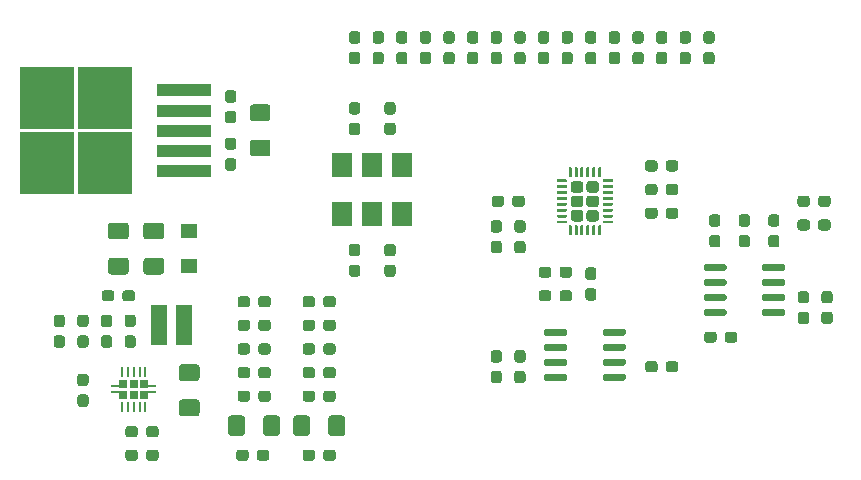
<source format=gbr>
%TF.GenerationSoftware,KiCad,Pcbnew,(5.1.6)-1*%
%TF.CreationDate,2020-06-24T23:25:01+02:00*%
%TF.ProjectId,phtodiode_adc,7068746f-6469-46f6-9465-5f6164632e6b,rev?*%
%TF.SameCoordinates,Original*%
%TF.FileFunction,Paste,Top*%
%TF.FilePolarity,Positive*%
%FSLAX46Y46*%
G04 Gerber Fmt 4.6, Leading zero omitted, Abs format (unit mm)*
G04 Created by KiCad (PCBNEW (5.1.6)-1) date 2020-06-24 23:25:01*
%MOMM*%
%LPD*%
G01*
G04 APERTURE LIST*
%ADD10R,1.400000X1.300000*%
%ADD11R,1.350000X3.400000*%
%ADD12R,0.280000X0.850000*%
%ADD13R,0.640000X0.640000*%
%ADD14R,0.700000X0.280000*%
%ADD15R,4.600000X1.100000*%
%ADD16R,4.550000X5.250000*%
%ADD17R,1.800000X2.000000*%
G04 APERTURE END LIST*
%TO.C,C3*%
G36*
G01*
X135762500Y-111625000D02*
X135762500Y-110375000D01*
G75*
G02*
X136012500Y-110125000I250000J0D01*
G01*
X136937500Y-110125000D01*
G75*
G02*
X137187500Y-110375000I0J-250000D01*
G01*
X137187500Y-111625000D01*
G75*
G02*
X136937500Y-111875000I-250000J0D01*
G01*
X136012500Y-111875000D01*
G75*
G02*
X135762500Y-111625000I0J250000D01*
G01*
G37*
G36*
G01*
X132787500Y-111625000D02*
X132787500Y-110375000D01*
G75*
G02*
X133037500Y-110125000I250000J0D01*
G01*
X133962500Y-110125000D01*
G75*
G02*
X134212500Y-110375000I0J-250000D01*
G01*
X134212500Y-111625000D01*
G75*
G02*
X133962500Y-111875000I-250000J0D01*
G01*
X133037500Y-111875000D01*
G75*
G02*
X132787500Y-111625000I0J250000D01*
G01*
G37*
%TD*%
%TO.C,C1*%
G36*
G01*
X118737500Y-102650000D02*
X118262500Y-102650000D01*
G75*
G02*
X118025000Y-102412500I0J237500D01*
G01*
X118025000Y-101837500D01*
G75*
G02*
X118262500Y-101600000I237500J0D01*
G01*
X118737500Y-101600000D01*
G75*
G02*
X118975000Y-101837500I0J-237500D01*
G01*
X118975000Y-102412500D01*
G75*
G02*
X118737500Y-102650000I-237500J0D01*
G01*
G37*
G36*
G01*
X118737500Y-104400000D02*
X118262500Y-104400000D01*
G75*
G02*
X118025000Y-104162500I0J237500D01*
G01*
X118025000Y-103587500D01*
G75*
G02*
X118262500Y-103350000I237500J0D01*
G01*
X118737500Y-103350000D01*
G75*
G02*
X118975000Y-103587500I0J-237500D01*
G01*
X118975000Y-104162500D01*
G75*
G02*
X118737500Y-104400000I-237500J0D01*
G01*
G37*
%TD*%
%TO.C,C2*%
G36*
G01*
X122737500Y-104400000D02*
X122262500Y-104400000D01*
G75*
G02*
X122025000Y-104162500I0J237500D01*
G01*
X122025000Y-103587500D01*
G75*
G02*
X122262500Y-103350000I237500J0D01*
G01*
X122737500Y-103350000D01*
G75*
G02*
X122975000Y-103587500I0J-237500D01*
G01*
X122975000Y-104162500D01*
G75*
G02*
X122737500Y-104400000I-237500J0D01*
G01*
G37*
G36*
G01*
X122737500Y-102650000D02*
X122262500Y-102650000D01*
G75*
G02*
X122025000Y-102412500I0J237500D01*
G01*
X122025000Y-101837500D01*
G75*
G02*
X122262500Y-101600000I237500J0D01*
G01*
X122737500Y-101600000D01*
G75*
G02*
X122975000Y-101837500I0J-237500D01*
G01*
X122975000Y-102412500D01*
G75*
G02*
X122737500Y-102650000I-237500J0D01*
G01*
G37*
%TD*%
%TO.C,C4*%
G36*
G01*
X133600000Y-108737500D02*
X133600000Y-108262500D01*
G75*
G02*
X133837500Y-108025000I237500J0D01*
G01*
X134412500Y-108025000D01*
G75*
G02*
X134650000Y-108262500I0J-237500D01*
G01*
X134650000Y-108737500D01*
G75*
G02*
X134412500Y-108975000I-237500J0D01*
G01*
X133837500Y-108975000D01*
G75*
G02*
X133600000Y-108737500I0J237500D01*
G01*
G37*
G36*
G01*
X135350000Y-108737500D02*
X135350000Y-108262500D01*
G75*
G02*
X135587500Y-108025000I237500J0D01*
G01*
X136162500Y-108025000D01*
G75*
G02*
X136400000Y-108262500I0J-237500D01*
G01*
X136400000Y-108737500D01*
G75*
G02*
X136162500Y-108975000I-237500J0D01*
G01*
X135587500Y-108975000D01*
G75*
G02*
X135350000Y-108737500I0J237500D01*
G01*
G37*
%TD*%
%TO.C,C5*%
G36*
G01*
X135350000Y-106737500D02*
X135350000Y-106262500D01*
G75*
G02*
X135587500Y-106025000I237500J0D01*
G01*
X136162500Y-106025000D01*
G75*
G02*
X136400000Y-106262500I0J-237500D01*
G01*
X136400000Y-106737500D01*
G75*
G02*
X136162500Y-106975000I-237500J0D01*
G01*
X135587500Y-106975000D01*
G75*
G02*
X135350000Y-106737500I0J237500D01*
G01*
G37*
G36*
G01*
X133600000Y-106737500D02*
X133600000Y-106262500D01*
G75*
G02*
X133837500Y-106025000I237500J0D01*
G01*
X134412500Y-106025000D01*
G75*
G02*
X134650000Y-106262500I0J-237500D01*
G01*
X134650000Y-106737500D01*
G75*
G02*
X134412500Y-106975000I-237500J0D01*
G01*
X133837500Y-106975000D01*
G75*
G02*
X133600000Y-106737500I0J237500D01*
G01*
G37*
%TD*%
%TO.C,C6*%
G36*
G01*
X136400000Y-102262500D02*
X136400000Y-102737500D01*
G75*
G02*
X136162500Y-102975000I-237500J0D01*
G01*
X135587500Y-102975000D01*
G75*
G02*
X135350000Y-102737500I0J237500D01*
G01*
X135350000Y-102262500D01*
G75*
G02*
X135587500Y-102025000I237500J0D01*
G01*
X136162500Y-102025000D01*
G75*
G02*
X136400000Y-102262500I0J-237500D01*
G01*
G37*
G36*
G01*
X134650000Y-102262500D02*
X134650000Y-102737500D01*
G75*
G02*
X134412500Y-102975000I-237500J0D01*
G01*
X133837500Y-102975000D01*
G75*
G02*
X133600000Y-102737500I0J237500D01*
G01*
X133600000Y-102262500D01*
G75*
G02*
X133837500Y-102025000I237500J0D01*
G01*
X134412500Y-102025000D01*
G75*
G02*
X134650000Y-102262500I0J-237500D01*
G01*
G37*
%TD*%
%TO.C,C7*%
G36*
G01*
X134650000Y-100262500D02*
X134650000Y-100737500D01*
G75*
G02*
X134412500Y-100975000I-237500J0D01*
G01*
X133837500Y-100975000D01*
G75*
G02*
X133600000Y-100737500I0J237500D01*
G01*
X133600000Y-100262500D01*
G75*
G02*
X133837500Y-100025000I237500J0D01*
G01*
X134412500Y-100025000D01*
G75*
G02*
X134650000Y-100262500I0J-237500D01*
G01*
G37*
G36*
G01*
X136400000Y-100262500D02*
X136400000Y-100737500D01*
G75*
G02*
X136162500Y-100975000I-237500J0D01*
G01*
X135587500Y-100975000D01*
G75*
G02*
X135350000Y-100737500I0J237500D01*
G01*
X135350000Y-100262500D01*
G75*
G02*
X135587500Y-100025000I237500J0D01*
G01*
X136162500Y-100025000D01*
G75*
G02*
X136400000Y-100262500I0J-237500D01*
G01*
G37*
%TD*%
%TO.C,C8*%
G36*
G01*
X128875000Y-108775000D02*
X130125000Y-108775000D01*
G75*
G02*
X130375000Y-109025000I0J-250000D01*
G01*
X130375000Y-109950000D01*
G75*
G02*
X130125000Y-110200000I-250000J0D01*
G01*
X128875000Y-110200000D01*
G75*
G02*
X128625000Y-109950000I0J250000D01*
G01*
X128625000Y-109025000D01*
G75*
G02*
X128875000Y-108775000I250000J0D01*
G01*
G37*
G36*
G01*
X128875000Y-105800000D02*
X130125000Y-105800000D01*
G75*
G02*
X130375000Y-106050000I0J-250000D01*
G01*
X130375000Y-106975000D01*
G75*
G02*
X130125000Y-107225000I-250000J0D01*
G01*
X128875000Y-107225000D01*
G75*
G02*
X128625000Y-106975000I0J250000D01*
G01*
X128625000Y-106050000D01*
G75*
G02*
X128875000Y-105800000I250000J0D01*
G01*
G37*
%TD*%
%TO.C,C9*%
G36*
G01*
X126900000Y-113262500D02*
X126900000Y-113737500D01*
G75*
G02*
X126662500Y-113975000I-237500J0D01*
G01*
X126087500Y-113975000D01*
G75*
G02*
X125850000Y-113737500I0J237500D01*
G01*
X125850000Y-113262500D01*
G75*
G02*
X126087500Y-113025000I237500J0D01*
G01*
X126662500Y-113025000D01*
G75*
G02*
X126900000Y-113262500I0J-237500D01*
G01*
G37*
G36*
G01*
X125150000Y-113262500D02*
X125150000Y-113737500D01*
G75*
G02*
X124912500Y-113975000I-237500J0D01*
G01*
X124337500Y-113975000D01*
G75*
G02*
X124100000Y-113737500I0J237500D01*
G01*
X124100000Y-113262500D01*
G75*
G02*
X124337500Y-113025000I237500J0D01*
G01*
X124912500Y-113025000D01*
G75*
G02*
X125150000Y-113262500I0J-237500D01*
G01*
G37*
%TD*%
%TO.C,C10*%
G36*
G01*
X120262500Y-106600000D02*
X120737500Y-106600000D01*
G75*
G02*
X120975000Y-106837500I0J-237500D01*
G01*
X120975000Y-107412500D01*
G75*
G02*
X120737500Y-107650000I-237500J0D01*
G01*
X120262500Y-107650000D01*
G75*
G02*
X120025000Y-107412500I0J237500D01*
G01*
X120025000Y-106837500D01*
G75*
G02*
X120262500Y-106600000I237500J0D01*
G01*
G37*
G36*
G01*
X120262500Y-108350000D02*
X120737500Y-108350000D01*
G75*
G02*
X120975000Y-108587500I0J-237500D01*
G01*
X120975000Y-109162500D01*
G75*
G02*
X120737500Y-109400000I-237500J0D01*
G01*
X120262500Y-109400000D01*
G75*
G02*
X120025000Y-109162500I0J237500D01*
G01*
X120025000Y-108587500D01*
G75*
G02*
X120262500Y-108350000I237500J0D01*
G01*
G37*
%TD*%
%TO.C,C11*%
G36*
G01*
X127125000Y-98200000D02*
X125875000Y-98200000D01*
G75*
G02*
X125625000Y-97950000I0J250000D01*
G01*
X125625000Y-97025000D01*
G75*
G02*
X125875000Y-96775000I250000J0D01*
G01*
X127125000Y-96775000D01*
G75*
G02*
X127375000Y-97025000I0J-250000D01*
G01*
X127375000Y-97950000D01*
G75*
G02*
X127125000Y-98200000I-250000J0D01*
G01*
G37*
G36*
G01*
X127125000Y-95225000D02*
X125875000Y-95225000D01*
G75*
G02*
X125625000Y-94975000I0J250000D01*
G01*
X125625000Y-94050000D01*
G75*
G02*
X125875000Y-93800000I250000J0D01*
G01*
X127125000Y-93800000D01*
G75*
G02*
X127375000Y-94050000I0J-250000D01*
G01*
X127375000Y-94975000D01*
G75*
G02*
X127125000Y-95225000I-250000J0D01*
G01*
G37*
%TD*%
%TO.C,C12*%
G36*
G01*
X124125000Y-98200000D02*
X122875000Y-98200000D01*
G75*
G02*
X122625000Y-97950000I0J250000D01*
G01*
X122625000Y-97025000D01*
G75*
G02*
X122875000Y-96775000I250000J0D01*
G01*
X124125000Y-96775000D01*
G75*
G02*
X124375000Y-97025000I0J-250000D01*
G01*
X124375000Y-97950000D01*
G75*
G02*
X124125000Y-98200000I-250000J0D01*
G01*
G37*
G36*
G01*
X124125000Y-95225000D02*
X122875000Y-95225000D01*
G75*
G02*
X122625000Y-94975000I0J250000D01*
G01*
X122625000Y-94050000D01*
G75*
G02*
X122875000Y-93800000I250000J0D01*
G01*
X124125000Y-93800000D01*
G75*
G02*
X124375000Y-94050000I0J-250000D01*
G01*
X124375000Y-94975000D01*
G75*
G02*
X124125000Y-95225000I-250000J0D01*
G01*
G37*
%TD*%
%TO.C,C13*%
G36*
G01*
X136125000Y-88200000D02*
X134875000Y-88200000D01*
G75*
G02*
X134625000Y-87950000I0J250000D01*
G01*
X134625000Y-87025000D01*
G75*
G02*
X134875000Y-86775000I250000J0D01*
G01*
X136125000Y-86775000D01*
G75*
G02*
X136375000Y-87025000I0J-250000D01*
G01*
X136375000Y-87950000D01*
G75*
G02*
X136125000Y-88200000I-250000J0D01*
G01*
G37*
G36*
G01*
X136125000Y-85225000D02*
X134875000Y-85225000D01*
G75*
G02*
X134625000Y-84975000I0J250000D01*
G01*
X134625000Y-84050000D01*
G75*
G02*
X134875000Y-83800000I250000J0D01*
G01*
X136125000Y-83800000D01*
G75*
G02*
X136375000Y-84050000I0J-250000D01*
G01*
X136375000Y-84975000D01*
G75*
G02*
X136125000Y-85225000I-250000J0D01*
G01*
G37*
%TD*%
%TO.C,C14*%
G36*
G01*
X141275000Y-111625000D02*
X141275000Y-110375000D01*
G75*
G02*
X141525000Y-110125000I250000J0D01*
G01*
X142450000Y-110125000D01*
G75*
G02*
X142700000Y-110375000I0J-250000D01*
G01*
X142700000Y-111625000D01*
G75*
G02*
X142450000Y-111875000I-250000J0D01*
G01*
X141525000Y-111875000D01*
G75*
G02*
X141275000Y-111625000I0J250000D01*
G01*
G37*
G36*
G01*
X138300000Y-111625000D02*
X138300000Y-110375000D01*
G75*
G02*
X138550000Y-110125000I250000J0D01*
G01*
X139475000Y-110125000D01*
G75*
G02*
X139725000Y-110375000I0J-250000D01*
G01*
X139725000Y-111625000D01*
G75*
G02*
X139475000Y-111875000I-250000J0D01*
G01*
X138550000Y-111875000D01*
G75*
G02*
X138300000Y-111625000I0J250000D01*
G01*
G37*
%TD*%
%TO.C,C15*%
G36*
G01*
X140850000Y-108737500D02*
X140850000Y-108262500D01*
G75*
G02*
X141087500Y-108025000I237500J0D01*
G01*
X141662500Y-108025000D01*
G75*
G02*
X141900000Y-108262500I0J-237500D01*
G01*
X141900000Y-108737500D01*
G75*
G02*
X141662500Y-108975000I-237500J0D01*
G01*
X141087500Y-108975000D01*
G75*
G02*
X140850000Y-108737500I0J237500D01*
G01*
G37*
G36*
G01*
X139100000Y-108737500D02*
X139100000Y-108262500D01*
G75*
G02*
X139337500Y-108025000I237500J0D01*
G01*
X139912500Y-108025000D01*
G75*
G02*
X140150000Y-108262500I0J-237500D01*
G01*
X140150000Y-108737500D01*
G75*
G02*
X139912500Y-108975000I-237500J0D01*
G01*
X139337500Y-108975000D01*
G75*
G02*
X139100000Y-108737500I0J237500D01*
G01*
G37*
%TD*%
%TO.C,C16*%
G36*
G01*
X139100000Y-106737500D02*
X139100000Y-106262500D01*
G75*
G02*
X139337500Y-106025000I237500J0D01*
G01*
X139912500Y-106025000D01*
G75*
G02*
X140150000Y-106262500I0J-237500D01*
G01*
X140150000Y-106737500D01*
G75*
G02*
X139912500Y-106975000I-237500J0D01*
G01*
X139337500Y-106975000D01*
G75*
G02*
X139100000Y-106737500I0J237500D01*
G01*
G37*
G36*
G01*
X140850000Y-106737500D02*
X140850000Y-106262500D01*
G75*
G02*
X141087500Y-106025000I237500J0D01*
G01*
X141662500Y-106025000D01*
G75*
G02*
X141900000Y-106262500I0J-237500D01*
G01*
X141900000Y-106737500D01*
G75*
G02*
X141662500Y-106975000I-237500J0D01*
G01*
X141087500Y-106975000D01*
G75*
G02*
X140850000Y-106737500I0J237500D01*
G01*
G37*
%TD*%
%TO.C,C17*%
G36*
G01*
X141900000Y-102262500D02*
X141900000Y-102737500D01*
G75*
G02*
X141662500Y-102975000I-237500J0D01*
G01*
X141087500Y-102975000D01*
G75*
G02*
X140850000Y-102737500I0J237500D01*
G01*
X140850000Y-102262500D01*
G75*
G02*
X141087500Y-102025000I237500J0D01*
G01*
X141662500Y-102025000D01*
G75*
G02*
X141900000Y-102262500I0J-237500D01*
G01*
G37*
G36*
G01*
X140150000Y-102262500D02*
X140150000Y-102737500D01*
G75*
G02*
X139912500Y-102975000I-237500J0D01*
G01*
X139337500Y-102975000D01*
G75*
G02*
X139100000Y-102737500I0J237500D01*
G01*
X139100000Y-102262500D01*
G75*
G02*
X139337500Y-102025000I237500J0D01*
G01*
X139912500Y-102025000D01*
G75*
G02*
X140150000Y-102262500I0J-237500D01*
G01*
G37*
%TD*%
%TO.C,C18*%
G36*
G01*
X140150000Y-100262500D02*
X140150000Y-100737500D01*
G75*
G02*
X139912500Y-100975000I-237500J0D01*
G01*
X139337500Y-100975000D01*
G75*
G02*
X139100000Y-100737500I0J237500D01*
G01*
X139100000Y-100262500D01*
G75*
G02*
X139337500Y-100025000I237500J0D01*
G01*
X139912500Y-100025000D01*
G75*
G02*
X140150000Y-100262500I0J-237500D01*
G01*
G37*
G36*
G01*
X141900000Y-100262500D02*
X141900000Y-100737500D01*
G75*
G02*
X141662500Y-100975000I-237500J0D01*
G01*
X141087500Y-100975000D01*
G75*
G02*
X140850000Y-100737500I0J237500D01*
G01*
X140850000Y-100262500D01*
G75*
G02*
X141087500Y-100025000I237500J0D01*
G01*
X141662500Y-100025000D01*
G75*
G02*
X141900000Y-100262500I0J-237500D01*
G01*
G37*
%TD*%
%TO.C,C19*%
G36*
G01*
X173262500Y-79350000D02*
X173737500Y-79350000D01*
G75*
G02*
X173975000Y-79587500I0J-237500D01*
G01*
X173975000Y-80162500D01*
G75*
G02*
X173737500Y-80400000I-237500J0D01*
G01*
X173262500Y-80400000D01*
G75*
G02*
X173025000Y-80162500I0J237500D01*
G01*
X173025000Y-79587500D01*
G75*
G02*
X173262500Y-79350000I237500J0D01*
G01*
G37*
G36*
G01*
X173262500Y-77600000D02*
X173737500Y-77600000D01*
G75*
G02*
X173975000Y-77837500I0J-237500D01*
G01*
X173975000Y-78412500D01*
G75*
G02*
X173737500Y-78650000I-237500J0D01*
G01*
X173262500Y-78650000D01*
G75*
G02*
X173025000Y-78412500I0J237500D01*
G01*
X173025000Y-77837500D01*
G75*
G02*
X173262500Y-77600000I237500J0D01*
G01*
G37*
%TD*%
%TO.C,C20*%
G36*
G01*
X181737500Y-102400000D02*
X181262500Y-102400000D01*
G75*
G02*
X181025000Y-102162500I0J237500D01*
G01*
X181025000Y-101587500D01*
G75*
G02*
X181262500Y-101350000I237500J0D01*
G01*
X181737500Y-101350000D01*
G75*
G02*
X181975000Y-101587500I0J-237500D01*
G01*
X181975000Y-102162500D01*
G75*
G02*
X181737500Y-102400000I-237500J0D01*
G01*
G37*
G36*
G01*
X181737500Y-100650000D02*
X181262500Y-100650000D01*
G75*
G02*
X181025000Y-100412500I0J237500D01*
G01*
X181025000Y-99837500D01*
G75*
G02*
X181262500Y-99600000I237500J0D01*
G01*
X181737500Y-99600000D01*
G75*
G02*
X181975000Y-99837500I0J-237500D01*
G01*
X181975000Y-100412500D01*
G75*
G02*
X181737500Y-100650000I-237500J0D01*
G01*
G37*
%TD*%
%TO.C,C21*%
G36*
G01*
X163262500Y-99350000D02*
X163737500Y-99350000D01*
G75*
G02*
X163975000Y-99587500I0J-237500D01*
G01*
X163975000Y-100162500D01*
G75*
G02*
X163737500Y-100400000I-237500J0D01*
G01*
X163262500Y-100400000D01*
G75*
G02*
X163025000Y-100162500I0J237500D01*
G01*
X163025000Y-99587500D01*
G75*
G02*
X163262500Y-99350000I237500J0D01*
G01*
G37*
G36*
G01*
X163262500Y-97600000D02*
X163737500Y-97600000D01*
G75*
G02*
X163975000Y-97837500I0J-237500D01*
G01*
X163975000Y-98412500D01*
G75*
G02*
X163737500Y-98650000I-237500J0D01*
G01*
X163262500Y-98650000D01*
G75*
G02*
X163025000Y-98412500I0J237500D01*
G01*
X163025000Y-97837500D01*
G75*
G02*
X163262500Y-97600000I237500J0D01*
G01*
G37*
%TD*%
%TO.C,C22*%
G36*
G01*
X160150000Y-99762500D02*
X160150000Y-100237500D01*
G75*
G02*
X159912500Y-100475000I-237500J0D01*
G01*
X159337500Y-100475000D01*
G75*
G02*
X159100000Y-100237500I0J237500D01*
G01*
X159100000Y-99762500D01*
G75*
G02*
X159337500Y-99525000I237500J0D01*
G01*
X159912500Y-99525000D01*
G75*
G02*
X160150000Y-99762500I0J-237500D01*
G01*
G37*
G36*
G01*
X161900000Y-99762500D02*
X161900000Y-100237500D01*
G75*
G02*
X161662500Y-100475000I-237500J0D01*
G01*
X161087500Y-100475000D01*
G75*
G02*
X160850000Y-100237500I0J237500D01*
G01*
X160850000Y-99762500D01*
G75*
G02*
X161087500Y-99525000I237500J0D01*
G01*
X161662500Y-99525000D01*
G75*
G02*
X161900000Y-99762500I0J-237500D01*
G01*
G37*
%TD*%
%TO.C,C23*%
G36*
G01*
X161900000Y-97762500D02*
X161900000Y-98237500D01*
G75*
G02*
X161662500Y-98475000I-237500J0D01*
G01*
X161087500Y-98475000D01*
G75*
G02*
X160850000Y-98237500I0J237500D01*
G01*
X160850000Y-97762500D01*
G75*
G02*
X161087500Y-97525000I237500J0D01*
G01*
X161662500Y-97525000D01*
G75*
G02*
X161900000Y-97762500I0J-237500D01*
G01*
G37*
G36*
G01*
X160150000Y-97762500D02*
X160150000Y-98237500D01*
G75*
G02*
X159912500Y-98475000I-237500J0D01*
G01*
X159337500Y-98475000D01*
G75*
G02*
X159100000Y-98237500I0J237500D01*
G01*
X159100000Y-97762500D01*
G75*
G02*
X159337500Y-97525000I237500J0D01*
G01*
X159912500Y-97525000D01*
G75*
G02*
X160150000Y-97762500I0J-237500D01*
G01*
G37*
%TD*%
%TO.C,C24*%
G36*
G01*
X155262500Y-95350000D02*
X155737500Y-95350000D01*
G75*
G02*
X155975000Y-95587500I0J-237500D01*
G01*
X155975000Y-96162500D01*
G75*
G02*
X155737500Y-96400000I-237500J0D01*
G01*
X155262500Y-96400000D01*
G75*
G02*
X155025000Y-96162500I0J237500D01*
G01*
X155025000Y-95587500D01*
G75*
G02*
X155262500Y-95350000I237500J0D01*
G01*
G37*
G36*
G01*
X155262500Y-93600000D02*
X155737500Y-93600000D01*
G75*
G02*
X155975000Y-93837500I0J-237500D01*
G01*
X155975000Y-94412500D01*
G75*
G02*
X155737500Y-94650000I-237500J0D01*
G01*
X155262500Y-94650000D01*
G75*
G02*
X155025000Y-94412500I0J237500D01*
G01*
X155025000Y-93837500D01*
G75*
G02*
X155262500Y-93600000I237500J0D01*
G01*
G37*
%TD*%
%TO.C,C25*%
G36*
G01*
X157262500Y-93600000D02*
X157737500Y-93600000D01*
G75*
G02*
X157975000Y-93837500I0J-237500D01*
G01*
X157975000Y-94412500D01*
G75*
G02*
X157737500Y-94650000I-237500J0D01*
G01*
X157262500Y-94650000D01*
G75*
G02*
X157025000Y-94412500I0J237500D01*
G01*
X157025000Y-93837500D01*
G75*
G02*
X157262500Y-93600000I237500J0D01*
G01*
G37*
G36*
G01*
X157262500Y-95350000D02*
X157737500Y-95350000D01*
G75*
G02*
X157975000Y-95587500I0J-237500D01*
G01*
X157975000Y-96162500D01*
G75*
G02*
X157737500Y-96400000I-237500J0D01*
G01*
X157262500Y-96400000D01*
G75*
G02*
X157025000Y-96162500I0J237500D01*
G01*
X157025000Y-95587500D01*
G75*
G02*
X157262500Y-95350000I237500J0D01*
G01*
G37*
%TD*%
%TO.C,C26*%
G36*
G01*
X156150000Y-91762500D02*
X156150000Y-92237500D01*
G75*
G02*
X155912500Y-92475000I-237500J0D01*
G01*
X155337500Y-92475000D01*
G75*
G02*
X155100000Y-92237500I0J237500D01*
G01*
X155100000Y-91762500D01*
G75*
G02*
X155337500Y-91525000I237500J0D01*
G01*
X155912500Y-91525000D01*
G75*
G02*
X156150000Y-91762500I0J-237500D01*
G01*
G37*
G36*
G01*
X157900000Y-91762500D02*
X157900000Y-92237500D01*
G75*
G02*
X157662500Y-92475000I-237500J0D01*
G01*
X157087500Y-92475000D01*
G75*
G02*
X156850000Y-92237500I0J237500D01*
G01*
X156850000Y-91762500D01*
G75*
G02*
X157087500Y-91525000I237500J0D01*
G01*
X157662500Y-91525000D01*
G75*
G02*
X157900000Y-91762500I0J-237500D01*
G01*
G37*
%TD*%
%TO.C,C27*%
G36*
G01*
X169850000Y-89237500D02*
X169850000Y-88762500D01*
G75*
G02*
X170087500Y-88525000I237500J0D01*
G01*
X170662500Y-88525000D01*
G75*
G02*
X170900000Y-88762500I0J-237500D01*
G01*
X170900000Y-89237500D01*
G75*
G02*
X170662500Y-89475000I-237500J0D01*
G01*
X170087500Y-89475000D01*
G75*
G02*
X169850000Y-89237500I0J237500D01*
G01*
G37*
G36*
G01*
X168100000Y-89237500D02*
X168100000Y-88762500D01*
G75*
G02*
X168337500Y-88525000I237500J0D01*
G01*
X168912500Y-88525000D01*
G75*
G02*
X169150000Y-88762500I0J-237500D01*
G01*
X169150000Y-89237500D01*
G75*
G02*
X168912500Y-89475000I-237500J0D01*
G01*
X168337500Y-89475000D01*
G75*
G02*
X168100000Y-89237500I0J237500D01*
G01*
G37*
%TD*%
%TO.C,C28*%
G36*
G01*
X168100000Y-91237500D02*
X168100000Y-90762500D01*
G75*
G02*
X168337500Y-90525000I237500J0D01*
G01*
X168912500Y-90525000D01*
G75*
G02*
X169150000Y-90762500I0J-237500D01*
G01*
X169150000Y-91237500D01*
G75*
G02*
X168912500Y-91475000I-237500J0D01*
G01*
X168337500Y-91475000D01*
G75*
G02*
X168100000Y-91237500I0J237500D01*
G01*
G37*
G36*
G01*
X169850000Y-91237500D02*
X169850000Y-90762500D01*
G75*
G02*
X170087500Y-90525000I237500J0D01*
G01*
X170662500Y-90525000D01*
G75*
G02*
X170900000Y-90762500I0J-237500D01*
G01*
X170900000Y-91237500D01*
G75*
G02*
X170662500Y-91475000I-237500J0D01*
G01*
X170087500Y-91475000D01*
G75*
G02*
X169850000Y-91237500I0J237500D01*
G01*
G37*
%TD*%
%TO.C,C29*%
G36*
G01*
X179237500Y-94150000D02*
X178762500Y-94150000D01*
G75*
G02*
X178525000Y-93912500I0J237500D01*
G01*
X178525000Y-93337500D01*
G75*
G02*
X178762500Y-93100000I237500J0D01*
G01*
X179237500Y-93100000D01*
G75*
G02*
X179475000Y-93337500I0J-237500D01*
G01*
X179475000Y-93912500D01*
G75*
G02*
X179237500Y-94150000I-237500J0D01*
G01*
G37*
G36*
G01*
X179237500Y-95900000D02*
X178762500Y-95900000D01*
G75*
G02*
X178525000Y-95662500I0J237500D01*
G01*
X178525000Y-95087500D01*
G75*
G02*
X178762500Y-94850000I237500J0D01*
G01*
X179237500Y-94850000D01*
G75*
G02*
X179475000Y-95087500I0J-237500D01*
G01*
X179475000Y-95662500D01*
G75*
G02*
X179237500Y-95900000I-237500J0D01*
G01*
G37*
%TD*%
%TO.C,C30*%
G36*
G01*
X173100000Y-103737500D02*
X173100000Y-103262500D01*
G75*
G02*
X173337500Y-103025000I237500J0D01*
G01*
X173912500Y-103025000D01*
G75*
G02*
X174150000Y-103262500I0J-237500D01*
G01*
X174150000Y-103737500D01*
G75*
G02*
X173912500Y-103975000I-237500J0D01*
G01*
X173337500Y-103975000D01*
G75*
G02*
X173100000Y-103737500I0J237500D01*
G01*
G37*
G36*
G01*
X174850000Y-103737500D02*
X174850000Y-103262500D01*
G75*
G02*
X175087500Y-103025000I237500J0D01*
G01*
X175662500Y-103025000D01*
G75*
G02*
X175900000Y-103262500I0J-237500D01*
G01*
X175900000Y-103737500D01*
G75*
G02*
X175662500Y-103975000I-237500J0D01*
G01*
X175087500Y-103975000D01*
G75*
G02*
X174850000Y-103737500I0J237500D01*
G01*
G37*
%TD*%
%TO.C,C31*%
G36*
G01*
X170900000Y-92762500D02*
X170900000Y-93237500D01*
G75*
G02*
X170662500Y-93475000I-237500J0D01*
G01*
X170087500Y-93475000D01*
G75*
G02*
X169850000Y-93237500I0J237500D01*
G01*
X169850000Y-92762500D01*
G75*
G02*
X170087500Y-92525000I237500J0D01*
G01*
X170662500Y-92525000D01*
G75*
G02*
X170900000Y-92762500I0J-237500D01*
G01*
G37*
G36*
G01*
X169150000Y-92762500D02*
X169150000Y-93237500D01*
G75*
G02*
X168912500Y-93475000I-237500J0D01*
G01*
X168337500Y-93475000D01*
G75*
G02*
X168100000Y-93237500I0J237500D01*
G01*
X168100000Y-92762500D01*
G75*
G02*
X168337500Y-92525000I237500J0D01*
G01*
X168912500Y-92525000D01*
G75*
G02*
X169150000Y-92762500I0J-237500D01*
G01*
G37*
%TD*%
%TO.C,C32*%
G36*
G01*
X143737500Y-84650000D02*
X143262500Y-84650000D01*
G75*
G02*
X143025000Y-84412500I0J237500D01*
G01*
X143025000Y-83837500D01*
G75*
G02*
X143262500Y-83600000I237500J0D01*
G01*
X143737500Y-83600000D01*
G75*
G02*
X143975000Y-83837500I0J-237500D01*
G01*
X143975000Y-84412500D01*
G75*
G02*
X143737500Y-84650000I-237500J0D01*
G01*
G37*
G36*
G01*
X143737500Y-86400000D02*
X143262500Y-86400000D01*
G75*
G02*
X143025000Y-86162500I0J237500D01*
G01*
X143025000Y-85587500D01*
G75*
G02*
X143262500Y-85350000I237500J0D01*
G01*
X143737500Y-85350000D01*
G75*
G02*
X143975000Y-85587500I0J-237500D01*
G01*
X143975000Y-86162500D01*
G75*
G02*
X143737500Y-86400000I-237500J0D01*
G01*
G37*
%TD*%
%TO.C,C33*%
G36*
G01*
X155262500Y-104600000D02*
X155737500Y-104600000D01*
G75*
G02*
X155975000Y-104837500I0J-237500D01*
G01*
X155975000Y-105412500D01*
G75*
G02*
X155737500Y-105650000I-237500J0D01*
G01*
X155262500Y-105650000D01*
G75*
G02*
X155025000Y-105412500I0J237500D01*
G01*
X155025000Y-104837500D01*
G75*
G02*
X155262500Y-104600000I237500J0D01*
G01*
G37*
G36*
G01*
X155262500Y-106350000D02*
X155737500Y-106350000D01*
G75*
G02*
X155975000Y-106587500I0J-237500D01*
G01*
X155975000Y-107162500D01*
G75*
G02*
X155737500Y-107400000I-237500J0D01*
G01*
X155262500Y-107400000D01*
G75*
G02*
X155025000Y-107162500I0J237500D01*
G01*
X155025000Y-106587500D01*
G75*
G02*
X155262500Y-106350000I237500J0D01*
G01*
G37*
%TD*%
%TO.C,C34*%
G36*
G01*
X157262500Y-106350000D02*
X157737500Y-106350000D01*
G75*
G02*
X157975000Y-106587500I0J-237500D01*
G01*
X157975000Y-107162500D01*
G75*
G02*
X157737500Y-107400000I-237500J0D01*
G01*
X157262500Y-107400000D01*
G75*
G02*
X157025000Y-107162500I0J237500D01*
G01*
X157025000Y-106587500D01*
G75*
G02*
X157262500Y-106350000I237500J0D01*
G01*
G37*
G36*
G01*
X157262500Y-104600000D02*
X157737500Y-104600000D01*
G75*
G02*
X157975000Y-104837500I0J-237500D01*
G01*
X157975000Y-105412500D01*
G75*
G02*
X157737500Y-105650000I-237500J0D01*
G01*
X157262500Y-105650000D01*
G75*
G02*
X157025000Y-105412500I0J237500D01*
G01*
X157025000Y-104837500D01*
G75*
G02*
X157262500Y-104600000I237500J0D01*
G01*
G37*
%TD*%
%TO.C,C35*%
G36*
G01*
X168100000Y-106237500D02*
X168100000Y-105762500D01*
G75*
G02*
X168337500Y-105525000I237500J0D01*
G01*
X168912500Y-105525000D01*
G75*
G02*
X169150000Y-105762500I0J-237500D01*
G01*
X169150000Y-106237500D01*
G75*
G02*
X168912500Y-106475000I-237500J0D01*
G01*
X168337500Y-106475000D01*
G75*
G02*
X168100000Y-106237500I0J237500D01*
G01*
G37*
G36*
G01*
X169850000Y-106237500D02*
X169850000Y-105762500D01*
G75*
G02*
X170087500Y-105525000I237500J0D01*
G01*
X170662500Y-105525000D01*
G75*
G02*
X170900000Y-105762500I0J-237500D01*
G01*
X170900000Y-106237500D01*
G75*
G02*
X170662500Y-106475000I-237500J0D01*
G01*
X170087500Y-106475000D01*
G75*
G02*
X169850000Y-106237500I0J237500D01*
G01*
G37*
%TD*%
D10*
%TO.C,D1*%
X129500000Y-97450000D03*
X129500000Y-94550000D03*
%TD*%
%TO.C,FB1*%
G36*
G01*
X133475000Y-113737500D02*
X133475000Y-113262500D01*
G75*
G02*
X133712500Y-113025000I237500J0D01*
G01*
X134287500Y-113025000D01*
G75*
G02*
X134525000Y-113262500I0J-237500D01*
G01*
X134525000Y-113737500D01*
G75*
G02*
X134287500Y-113975000I-237500J0D01*
G01*
X133712500Y-113975000D01*
G75*
G02*
X133475000Y-113737500I0J237500D01*
G01*
G37*
G36*
G01*
X135225000Y-113737500D02*
X135225000Y-113262500D01*
G75*
G02*
X135462500Y-113025000I237500J0D01*
G01*
X136037500Y-113025000D01*
G75*
G02*
X136275000Y-113262500I0J-237500D01*
G01*
X136275000Y-113737500D01*
G75*
G02*
X136037500Y-113975000I-237500J0D01*
G01*
X135462500Y-113975000D01*
G75*
G02*
X135225000Y-113737500I0J237500D01*
G01*
G37*
%TD*%
%TO.C,FB2*%
G36*
G01*
X134650000Y-104262500D02*
X134650000Y-104737500D01*
G75*
G02*
X134412500Y-104975000I-237500J0D01*
G01*
X133837500Y-104975000D01*
G75*
G02*
X133600000Y-104737500I0J237500D01*
G01*
X133600000Y-104262500D01*
G75*
G02*
X133837500Y-104025000I237500J0D01*
G01*
X134412500Y-104025000D01*
G75*
G02*
X134650000Y-104262500I0J-237500D01*
G01*
G37*
G36*
G01*
X136400000Y-104262500D02*
X136400000Y-104737500D01*
G75*
G02*
X136162500Y-104975000I-237500J0D01*
G01*
X135587500Y-104975000D01*
G75*
G02*
X135350000Y-104737500I0J237500D01*
G01*
X135350000Y-104262500D01*
G75*
G02*
X135587500Y-104025000I237500J0D01*
G01*
X136162500Y-104025000D01*
G75*
G02*
X136400000Y-104262500I0J-237500D01*
G01*
G37*
%TD*%
%TO.C,FB3*%
G36*
G01*
X139100000Y-113737500D02*
X139100000Y-113262500D01*
G75*
G02*
X139337500Y-113025000I237500J0D01*
G01*
X139912500Y-113025000D01*
G75*
G02*
X140150000Y-113262500I0J-237500D01*
G01*
X140150000Y-113737500D01*
G75*
G02*
X139912500Y-113975000I-237500J0D01*
G01*
X139337500Y-113975000D01*
G75*
G02*
X139100000Y-113737500I0J237500D01*
G01*
G37*
G36*
G01*
X140850000Y-113737500D02*
X140850000Y-113262500D01*
G75*
G02*
X141087500Y-113025000I237500J0D01*
G01*
X141662500Y-113025000D01*
G75*
G02*
X141900000Y-113262500I0J-237500D01*
G01*
X141900000Y-113737500D01*
G75*
G02*
X141662500Y-113975000I-237500J0D01*
G01*
X141087500Y-113975000D01*
G75*
G02*
X140850000Y-113737500I0J237500D01*
G01*
G37*
%TD*%
%TO.C,FB4*%
G36*
G01*
X140150000Y-104262500D02*
X140150000Y-104737500D01*
G75*
G02*
X139912500Y-104975000I-237500J0D01*
G01*
X139337500Y-104975000D01*
G75*
G02*
X139100000Y-104737500I0J237500D01*
G01*
X139100000Y-104262500D01*
G75*
G02*
X139337500Y-104025000I237500J0D01*
G01*
X139912500Y-104025000D01*
G75*
G02*
X140150000Y-104262500I0J-237500D01*
G01*
G37*
G36*
G01*
X141900000Y-104262500D02*
X141900000Y-104737500D01*
G75*
G02*
X141662500Y-104975000I-237500J0D01*
G01*
X141087500Y-104975000D01*
G75*
G02*
X140850000Y-104737500I0J237500D01*
G01*
X140850000Y-104262500D01*
G75*
G02*
X141087500Y-104025000I237500J0D01*
G01*
X141662500Y-104025000D01*
G75*
G02*
X141900000Y-104262500I0J-237500D01*
G01*
G37*
%TD*%
D11*
%TO.C,L1*%
X129075000Y-102500000D03*
X126925000Y-102500000D03*
%TD*%
%TO.C,R1*%
G36*
G01*
X120262500Y-103350000D02*
X120737500Y-103350000D01*
G75*
G02*
X120975000Y-103587500I0J-237500D01*
G01*
X120975000Y-104162500D01*
G75*
G02*
X120737500Y-104400000I-237500J0D01*
G01*
X120262500Y-104400000D01*
G75*
G02*
X120025000Y-104162500I0J237500D01*
G01*
X120025000Y-103587500D01*
G75*
G02*
X120262500Y-103350000I237500J0D01*
G01*
G37*
G36*
G01*
X120262500Y-101600000D02*
X120737500Y-101600000D01*
G75*
G02*
X120975000Y-101837500I0J-237500D01*
G01*
X120975000Y-102412500D01*
G75*
G02*
X120737500Y-102650000I-237500J0D01*
G01*
X120262500Y-102650000D01*
G75*
G02*
X120025000Y-102412500I0J237500D01*
G01*
X120025000Y-101837500D01*
G75*
G02*
X120262500Y-101600000I237500J0D01*
G01*
G37*
%TD*%
%TO.C,R2*%
G36*
G01*
X125850000Y-111737500D02*
X125850000Y-111262500D01*
G75*
G02*
X126087500Y-111025000I237500J0D01*
G01*
X126662500Y-111025000D01*
G75*
G02*
X126900000Y-111262500I0J-237500D01*
G01*
X126900000Y-111737500D01*
G75*
G02*
X126662500Y-111975000I-237500J0D01*
G01*
X126087500Y-111975000D01*
G75*
G02*
X125850000Y-111737500I0J237500D01*
G01*
G37*
G36*
G01*
X124100000Y-111737500D02*
X124100000Y-111262500D01*
G75*
G02*
X124337500Y-111025000I237500J0D01*
G01*
X124912500Y-111025000D01*
G75*
G02*
X125150000Y-111262500I0J-237500D01*
G01*
X125150000Y-111737500D01*
G75*
G02*
X124912500Y-111975000I-237500J0D01*
G01*
X124337500Y-111975000D01*
G75*
G02*
X124100000Y-111737500I0J237500D01*
G01*
G37*
%TD*%
%TO.C,R3*%
G36*
G01*
X167262500Y-77600000D02*
X167737500Y-77600000D01*
G75*
G02*
X167975000Y-77837500I0J-237500D01*
G01*
X167975000Y-78412500D01*
G75*
G02*
X167737500Y-78650000I-237500J0D01*
G01*
X167262500Y-78650000D01*
G75*
G02*
X167025000Y-78412500I0J237500D01*
G01*
X167025000Y-77837500D01*
G75*
G02*
X167262500Y-77600000I237500J0D01*
G01*
G37*
G36*
G01*
X167262500Y-79350000D02*
X167737500Y-79350000D01*
G75*
G02*
X167975000Y-79587500I0J-237500D01*
G01*
X167975000Y-80162500D01*
G75*
G02*
X167737500Y-80400000I-237500J0D01*
G01*
X167262500Y-80400000D01*
G75*
G02*
X167025000Y-80162500I0J237500D01*
G01*
X167025000Y-79587500D01*
G75*
G02*
X167262500Y-79350000I237500J0D01*
G01*
G37*
%TD*%
%TO.C,R4*%
G36*
G01*
X161262500Y-79350000D02*
X161737500Y-79350000D01*
G75*
G02*
X161975000Y-79587500I0J-237500D01*
G01*
X161975000Y-80162500D01*
G75*
G02*
X161737500Y-80400000I-237500J0D01*
G01*
X161262500Y-80400000D01*
G75*
G02*
X161025000Y-80162500I0J237500D01*
G01*
X161025000Y-79587500D01*
G75*
G02*
X161262500Y-79350000I237500J0D01*
G01*
G37*
G36*
G01*
X161262500Y-77600000D02*
X161737500Y-77600000D01*
G75*
G02*
X161975000Y-77837500I0J-237500D01*
G01*
X161975000Y-78412500D01*
G75*
G02*
X161737500Y-78650000I-237500J0D01*
G01*
X161262500Y-78650000D01*
G75*
G02*
X161025000Y-78412500I0J237500D01*
G01*
X161025000Y-77837500D01*
G75*
G02*
X161262500Y-77600000I237500J0D01*
G01*
G37*
%TD*%
%TO.C,R5*%
G36*
G01*
X165262500Y-79350000D02*
X165737500Y-79350000D01*
G75*
G02*
X165975000Y-79587500I0J-237500D01*
G01*
X165975000Y-80162500D01*
G75*
G02*
X165737500Y-80400000I-237500J0D01*
G01*
X165262500Y-80400000D01*
G75*
G02*
X165025000Y-80162500I0J237500D01*
G01*
X165025000Y-79587500D01*
G75*
G02*
X165262500Y-79350000I237500J0D01*
G01*
G37*
G36*
G01*
X165262500Y-77600000D02*
X165737500Y-77600000D01*
G75*
G02*
X165975000Y-77837500I0J-237500D01*
G01*
X165975000Y-78412500D01*
G75*
G02*
X165737500Y-78650000I-237500J0D01*
G01*
X165262500Y-78650000D01*
G75*
G02*
X165025000Y-78412500I0J237500D01*
G01*
X165025000Y-77837500D01*
G75*
G02*
X165262500Y-77600000I237500J0D01*
G01*
G37*
%TD*%
%TO.C,R6*%
G36*
G01*
X159262500Y-77600000D02*
X159737500Y-77600000D01*
G75*
G02*
X159975000Y-77837500I0J-237500D01*
G01*
X159975000Y-78412500D01*
G75*
G02*
X159737500Y-78650000I-237500J0D01*
G01*
X159262500Y-78650000D01*
G75*
G02*
X159025000Y-78412500I0J237500D01*
G01*
X159025000Y-77837500D01*
G75*
G02*
X159262500Y-77600000I237500J0D01*
G01*
G37*
G36*
G01*
X159262500Y-79350000D02*
X159737500Y-79350000D01*
G75*
G02*
X159975000Y-79587500I0J-237500D01*
G01*
X159975000Y-80162500D01*
G75*
G02*
X159737500Y-80400000I-237500J0D01*
G01*
X159262500Y-80400000D01*
G75*
G02*
X159025000Y-80162500I0J237500D01*
G01*
X159025000Y-79587500D01*
G75*
G02*
X159262500Y-79350000I237500J0D01*
G01*
G37*
%TD*%
%TO.C,R7*%
G36*
G01*
X124900000Y-99762500D02*
X124900000Y-100237500D01*
G75*
G02*
X124662500Y-100475000I-237500J0D01*
G01*
X124087500Y-100475000D01*
G75*
G02*
X123850000Y-100237500I0J237500D01*
G01*
X123850000Y-99762500D01*
G75*
G02*
X124087500Y-99525000I237500J0D01*
G01*
X124662500Y-99525000D01*
G75*
G02*
X124900000Y-99762500I0J-237500D01*
G01*
G37*
G36*
G01*
X123150000Y-99762500D02*
X123150000Y-100237500D01*
G75*
G02*
X122912500Y-100475000I-237500J0D01*
G01*
X122337500Y-100475000D01*
G75*
G02*
X122100000Y-100237500I0J237500D01*
G01*
X122100000Y-99762500D01*
G75*
G02*
X122337500Y-99525000I237500J0D01*
G01*
X122912500Y-99525000D01*
G75*
G02*
X123150000Y-99762500I0J-237500D01*
G01*
G37*
%TD*%
%TO.C,R8*%
G36*
G01*
X124262500Y-103350000D02*
X124737500Y-103350000D01*
G75*
G02*
X124975000Y-103587500I0J-237500D01*
G01*
X124975000Y-104162500D01*
G75*
G02*
X124737500Y-104400000I-237500J0D01*
G01*
X124262500Y-104400000D01*
G75*
G02*
X124025000Y-104162500I0J237500D01*
G01*
X124025000Y-103587500D01*
G75*
G02*
X124262500Y-103350000I237500J0D01*
G01*
G37*
G36*
G01*
X124262500Y-101600000D02*
X124737500Y-101600000D01*
G75*
G02*
X124975000Y-101837500I0J-237500D01*
G01*
X124975000Y-102412500D01*
G75*
G02*
X124737500Y-102650000I-237500J0D01*
G01*
X124262500Y-102650000D01*
G75*
G02*
X124025000Y-102412500I0J237500D01*
G01*
X124025000Y-101837500D01*
G75*
G02*
X124262500Y-101600000I237500J0D01*
G01*
G37*
%TD*%
%TO.C,R9*%
G36*
G01*
X132762500Y-86600000D02*
X133237500Y-86600000D01*
G75*
G02*
X133475000Y-86837500I0J-237500D01*
G01*
X133475000Y-87412500D01*
G75*
G02*
X133237500Y-87650000I-237500J0D01*
G01*
X132762500Y-87650000D01*
G75*
G02*
X132525000Y-87412500I0J237500D01*
G01*
X132525000Y-86837500D01*
G75*
G02*
X132762500Y-86600000I237500J0D01*
G01*
G37*
G36*
G01*
X132762500Y-88350000D02*
X133237500Y-88350000D01*
G75*
G02*
X133475000Y-88587500I0J-237500D01*
G01*
X133475000Y-89162500D01*
G75*
G02*
X133237500Y-89400000I-237500J0D01*
G01*
X132762500Y-89400000D01*
G75*
G02*
X132525000Y-89162500I0J237500D01*
G01*
X132525000Y-88587500D01*
G75*
G02*
X132762500Y-88350000I237500J0D01*
G01*
G37*
%TD*%
%TO.C,R10*%
G36*
G01*
X163262500Y-77600000D02*
X163737500Y-77600000D01*
G75*
G02*
X163975000Y-77837500I0J-237500D01*
G01*
X163975000Y-78412500D01*
G75*
G02*
X163737500Y-78650000I-237500J0D01*
G01*
X163262500Y-78650000D01*
G75*
G02*
X163025000Y-78412500I0J237500D01*
G01*
X163025000Y-77837500D01*
G75*
G02*
X163262500Y-77600000I237500J0D01*
G01*
G37*
G36*
G01*
X163262500Y-79350000D02*
X163737500Y-79350000D01*
G75*
G02*
X163975000Y-79587500I0J-237500D01*
G01*
X163975000Y-80162500D01*
G75*
G02*
X163737500Y-80400000I-237500J0D01*
G01*
X163262500Y-80400000D01*
G75*
G02*
X163025000Y-80162500I0J237500D01*
G01*
X163025000Y-79587500D01*
G75*
G02*
X163262500Y-79350000I237500J0D01*
G01*
G37*
%TD*%
%TO.C,R11*%
G36*
G01*
X157262500Y-79350000D02*
X157737500Y-79350000D01*
G75*
G02*
X157975000Y-79587500I0J-237500D01*
G01*
X157975000Y-80162500D01*
G75*
G02*
X157737500Y-80400000I-237500J0D01*
G01*
X157262500Y-80400000D01*
G75*
G02*
X157025000Y-80162500I0J237500D01*
G01*
X157025000Y-79587500D01*
G75*
G02*
X157262500Y-79350000I237500J0D01*
G01*
G37*
G36*
G01*
X157262500Y-77600000D02*
X157737500Y-77600000D01*
G75*
G02*
X157975000Y-77837500I0J-237500D01*
G01*
X157975000Y-78412500D01*
G75*
G02*
X157737500Y-78650000I-237500J0D01*
G01*
X157262500Y-78650000D01*
G75*
G02*
X157025000Y-78412500I0J237500D01*
G01*
X157025000Y-77837500D01*
G75*
G02*
X157262500Y-77600000I237500J0D01*
G01*
G37*
%TD*%
%TO.C,R12*%
G36*
G01*
X132762500Y-82600000D02*
X133237500Y-82600000D01*
G75*
G02*
X133475000Y-82837500I0J-237500D01*
G01*
X133475000Y-83412500D01*
G75*
G02*
X133237500Y-83650000I-237500J0D01*
G01*
X132762500Y-83650000D01*
G75*
G02*
X132525000Y-83412500I0J237500D01*
G01*
X132525000Y-82837500D01*
G75*
G02*
X132762500Y-82600000I237500J0D01*
G01*
G37*
G36*
G01*
X132762500Y-84350000D02*
X133237500Y-84350000D01*
G75*
G02*
X133475000Y-84587500I0J-237500D01*
G01*
X133475000Y-85162500D01*
G75*
G02*
X133237500Y-85400000I-237500J0D01*
G01*
X132762500Y-85400000D01*
G75*
G02*
X132525000Y-85162500I0J237500D01*
G01*
X132525000Y-84587500D01*
G75*
G02*
X132762500Y-84350000I237500J0D01*
G01*
G37*
%TD*%
%TO.C,R13*%
G36*
G01*
X155262500Y-77600000D02*
X155737500Y-77600000D01*
G75*
G02*
X155975000Y-77837500I0J-237500D01*
G01*
X155975000Y-78412500D01*
G75*
G02*
X155737500Y-78650000I-237500J0D01*
G01*
X155262500Y-78650000D01*
G75*
G02*
X155025000Y-78412500I0J237500D01*
G01*
X155025000Y-77837500D01*
G75*
G02*
X155262500Y-77600000I237500J0D01*
G01*
G37*
G36*
G01*
X155262500Y-79350000D02*
X155737500Y-79350000D01*
G75*
G02*
X155975000Y-79587500I0J-237500D01*
G01*
X155975000Y-80162500D01*
G75*
G02*
X155737500Y-80400000I-237500J0D01*
G01*
X155262500Y-80400000D01*
G75*
G02*
X155025000Y-80162500I0J237500D01*
G01*
X155025000Y-79587500D01*
G75*
G02*
X155262500Y-79350000I237500J0D01*
G01*
G37*
%TD*%
%TO.C,R14*%
G36*
G01*
X149262500Y-77600000D02*
X149737500Y-77600000D01*
G75*
G02*
X149975000Y-77837500I0J-237500D01*
G01*
X149975000Y-78412500D01*
G75*
G02*
X149737500Y-78650000I-237500J0D01*
G01*
X149262500Y-78650000D01*
G75*
G02*
X149025000Y-78412500I0J237500D01*
G01*
X149025000Y-77837500D01*
G75*
G02*
X149262500Y-77600000I237500J0D01*
G01*
G37*
G36*
G01*
X149262500Y-79350000D02*
X149737500Y-79350000D01*
G75*
G02*
X149975000Y-79587500I0J-237500D01*
G01*
X149975000Y-80162500D01*
G75*
G02*
X149737500Y-80400000I-237500J0D01*
G01*
X149262500Y-80400000D01*
G75*
G02*
X149025000Y-80162500I0J237500D01*
G01*
X149025000Y-79587500D01*
G75*
G02*
X149262500Y-79350000I237500J0D01*
G01*
G37*
%TD*%
%TO.C,R15*%
G36*
G01*
X153262500Y-77600000D02*
X153737500Y-77600000D01*
G75*
G02*
X153975000Y-77837500I0J-237500D01*
G01*
X153975000Y-78412500D01*
G75*
G02*
X153737500Y-78650000I-237500J0D01*
G01*
X153262500Y-78650000D01*
G75*
G02*
X153025000Y-78412500I0J237500D01*
G01*
X153025000Y-77837500D01*
G75*
G02*
X153262500Y-77600000I237500J0D01*
G01*
G37*
G36*
G01*
X153262500Y-79350000D02*
X153737500Y-79350000D01*
G75*
G02*
X153975000Y-79587500I0J-237500D01*
G01*
X153975000Y-80162500D01*
G75*
G02*
X153737500Y-80400000I-237500J0D01*
G01*
X153262500Y-80400000D01*
G75*
G02*
X153025000Y-80162500I0J237500D01*
G01*
X153025000Y-79587500D01*
G75*
G02*
X153262500Y-79350000I237500J0D01*
G01*
G37*
%TD*%
%TO.C,R16*%
G36*
G01*
X147262500Y-79350000D02*
X147737500Y-79350000D01*
G75*
G02*
X147975000Y-79587500I0J-237500D01*
G01*
X147975000Y-80162500D01*
G75*
G02*
X147737500Y-80400000I-237500J0D01*
G01*
X147262500Y-80400000D01*
G75*
G02*
X147025000Y-80162500I0J237500D01*
G01*
X147025000Y-79587500D01*
G75*
G02*
X147262500Y-79350000I237500J0D01*
G01*
G37*
G36*
G01*
X147262500Y-77600000D02*
X147737500Y-77600000D01*
G75*
G02*
X147975000Y-77837500I0J-237500D01*
G01*
X147975000Y-78412500D01*
G75*
G02*
X147737500Y-78650000I-237500J0D01*
G01*
X147262500Y-78650000D01*
G75*
G02*
X147025000Y-78412500I0J237500D01*
G01*
X147025000Y-77837500D01*
G75*
G02*
X147262500Y-77600000I237500J0D01*
G01*
G37*
%TD*%
%TO.C,R17*%
G36*
G01*
X151262500Y-79350000D02*
X151737500Y-79350000D01*
G75*
G02*
X151975000Y-79587500I0J-237500D01*
G01*
X151975000Y-80162500D01*
G75*
G02*
X151737500Y-80400000I-237500J0D01*
G01*
X151262500Y-80400000D01*
G75*
G02*
X151025000Y-80162500I0J237500D01*
G01*
X151025000Y-79587500D01*
G75*
G02*
X151262500Y-79350000I237500J0D01*
G01*
G37*
G36*
G01*
X151262500Y-77600000D02*
X151737500Y-77600000D01*
G75*
G02*
X151975000Y-77837500I0J-237500D01*
G01*
X151975000Y-78412500D01*
G75*
G02*
X151737500Y-78650000I-237500J0D01*
G01*
X151262500Y-78650000D01*
G75*
G02*
X151025000Y-78412500I0J237500D01*
G01*
X151025000Y-77837500D01*
G75*
G02*
X151262500Y-77600000I237500J0D01*
G01*
G37*
%TD*%
%TO.C,R18*%
G36*
G01*
X145262500Y-77600000D02*
X145737500Y-77600000D01*
G75*
G02*
X145975000Y-77837500I0J-237500D01*
G01*
X145975000Y-78412500D01*
G75*
G02*
X145737500Y-78650000I-237500J0D01*
G01*
X145262500Y-78650000D01*
G75*
G02*
X145025000Y-78412500I0J237500D01*
G01*
X145025000Y-77837500D01*
G75*
G02*
X145262500Y-77600000I237500J0D01*
G01*
G37*
G36*
G01*
X145262500Y-79350000D02*
X145737500Y-79350000D01*
G75*
G02*
X145975000Y-79587500I0J-237500D01*
G01*
X145975000Y-80162500D01*
G75*
G02*
X145737500Y-80400000I-237500J0D01*
G01*
X145262500Y-80400000D01*
G75*
G02*
X145025000Y-80162500I0J237500D01*
G01*
X145025000Y-79587500D01*
G75*
G02*
X145262500Y-79350000I237500J0D01*
G01*
G37*
%TD*%
%TO.C,R19*%
G36*
G01*
X169262500Y-79350000D02*
X169737500Y-79350000D01*
G75*
G02*
X169975000Y-79587500I0J-237500D01*
G01*
X169975000Y-80162500D01*
G75*
G02*
X169737500Y-80400000I-237500J0D01*
G01*
X169262500Y-80400000D01*
G75*
G02*
X169025000Y-80162500I0J237500D01*
G01*
X169025000Y-79587500D01*
G75*
G02*
X169262500Y-79350000I237500J0D01*
G01*
G37*
G36*
G01*
X169262500Y-77600000D02*
X169737500Y-77600000D01*
G75*
G02*
X169975000Y-77837500I0J-237500D01*
G01*
X169975000Y-78412500D01*
G75*
G02*
X169737500Y-78650000I-237500J0D01*
G01*
X169262500Y-78650000D01*
G75*
G02*
X169025000Y-78412500I0J237500D01*
G01*
X169025000Y-77837500D01*
G75*
G02*
X169262500Y-77600000I237500J0D01*
G01*
G37*
%TD*%
%TO.C,R20*%
G36*
G01*
X171262500Y-79350000D02*
X171737500Y-79350000D01*
G75*
G02*
X171975000Y-79587500I0J-237500D01*
G01*
X171975000Y-80162500D01*
G75*
G02*
X171737500Y-80400000I-237500J0D01*
G01*
X171262500Y-80400000D01*
G75*
G02*
X171025000Y-80162500I0J237500D01*
G01*
X171025000Y-79587500D01*
G75*
G02*
X171262500Y-79350000I237500J0D01*
G01*
G37*
G36*
G01*
X171262500Y-77600000D02*
X171737500Y-77600000D01*
G75*
G02*
X171975000Y-77837500I0J-237500D01*
G01*
X171975000Y-78412500D01*
G75*
G02*
X171737500Y-78650000I-237500J0D01*
G01*
X171262500Y-78650000D01*
G75*
G02*
X171025000Y-78412500I0J237500D01*
G01*
X171025000Y-77837500D01*
G75*
G02*
X171262500Y-77600000I237500J0D01*
G01*
G37*
%TD*%
%TO.C,R21*%
G36*
G01*
X183737500Y-102400000D02*
X183262500Y-102400000D01*
G75*
G02*
X183025000Y-102162500I0J237500D01*
G01*
X183025000Y-101587500D01*
G75*
G02*
X183262500Y-101350000I237500J0D01*
G01*
X183737500Y-101350000D01*
G75*
G02*
X183975000Y-101587500I0J-237500D01*
G01*
X183975000Y-102162500D01*
G75*
G02*
X183737500Y-102400000I-237500J0D01*
G01*
G37*
G36*
G01*
X183737500Y-100650000D02*
X183262500Y-100650000D01*
G75*
G02*
X183025000Y-100412500I0J237500D01*
G01*
X183025000Y-99837500D01*
G75*
G02*
X183262500Y-99600000I237500J0D01*
G01*
X183737500Y-99600000D01*
G75*
G02*
X183975000Y-99837500I0J-237500D01*
G01*
X183975000Y-100412500D01*
G75*
G02*
X183737500Y-100650000I-237500J0D01*
G01*
G37*
%TD*%
%TO.C,R22*%
G36*
G01*
X182050000Y-91762500D02*
X182050000Y-92237500D01*
G75*
G02*
X181812500Y-92475000I-237500J0D01*
G01*
X181237500Y-92475000D01*
G75*
G02*
X181000000Y-92237500I0J237500D01*
G01*
X181000000Y-91762500D01*
G75*
G02*
X181237500Y-91525000I237500J0D01*
G01*
X181812500Y-91525000D01*
G75*
G02*
X182050000Y-91762500I0J-237500D01*
G01*
G37*
G36*
G01*
X183800000Y-91762500D02*
X183800000Y-92237500D01*
G75*
G02*
X183562500Y-92475000I-237500J0D01*
G01*
X182987500Y-92475000D01*
G75*
G02*
X182750000Y-92237500I0J237500D01*
G01*
X182750000Y-91762500D01*
G75*
G02*
X182987500Y-91525000I237500J0D01*
G01*
X183562500Y-91525000D01*
G75*
G02*
X183800000Y-91762500I0J-237500D01*
G01*
G37*
%TD*%
%TO.C,R23*%
G36*
G01*
X183800000Y-93762500D02*
X183800000Y-94237500D01*
G75*
G02*
X183562500Y-94475000I-237500J0D01*
G01*
X182987500Y-94475000D01*
G75*
G02*
X182750000Y-94237500I0J237500D01*
G01*
X182750000Y-93762500D01*
G75*
G02*
X182987500Y-93525000I237500J0D01*
G01*
X183562500Y-93525000D01*
G75*
G02*
X183800000Y-93762500I0J-237500D01*
G01*
G37*
G36*
G01*
X182050000Y-93762500D02*
X182050000Y-94237500D01*
G75*
G02*
X181812500Y-94475000I-237500J0D01*
G01*
X181237500Y-94475000D01*
G75*
G02*
X181000000Y-94237500I0J237500D01*
G01*
X181000000Y-93762500D01*
G75*
G02*
X181237500Y-93525000I237500J0D01*
G01*
X181812500Y-93525000D01*
G75*
G02*
X182050000Y-93762500I0J-237500D01*
G01*
G37*
%TD*%
%TO.C,R24*%
G36*
G01*
X143262500Y-79350000D02*
X143737500Y-79350000D01*
G75*
G02*
X143975000Y-79587500I0J-237500D01*
G01*
X143975000Y-80162500D01*
G75*
G02*
X143737500Y-80400000I-237500J0D01*
G01*
X143262500Y-80400000D01*
G75*
G02*
X143025000Y-80162500I0J237500D01*
G01*
X143025000Y-79587500D01*
G75*
G02*
X143262500Y-79350000I237500J0D01*
G01*
G37*
G36*
G01*
X143262500Y-77600000D02*
X143737500Y-77600000D01*
G75*
G02*
X143975000Y-77837500I0J-237500D01*
G01*
X143975000Y-78412500D01*
G75*
G02*
X143737500Y-78650000I-237500J0D01*
G01*
X143262500Y-78650000D01*
G75*
G02*
X143025000Y-78412500I0J237500D01*
G01*
X143025000Y-77837500D01*
G75*
G02*
X143262500Y-77600000I237500J0D01*
G01*
G37*
%TD*%
%TO.C,R25*%
G36*
G01*
X174237500Y-94150000D02*
X173762500Y-94150000D01*
G75*
G02*
X173525000Y-93912500I0J237500D01*
G01*
X173525000Y-93337500D01*
G75*
G02*
X173762500Y-93100000I237500J0D01*
G01*
X174237500Y-93100000D01*
G75*
G02*
X174475000Y-93337500I0J-237500D01*
G01*
X174475000Y-93912500D01*
G75*
G02*
X174237500Y-94150000I-237500J0D01*
G01*
G37*
G36*
G01*
X174237500Y-95900000D02*
X173762500Y-95900000D01*
G75*
G02*
X173525000Y-95662500I0J237500D01*
G01*
X173525000Y-95087500D01*
G75*
G02*
X173762500Y-94850000I237500J0D01*
G01*
X174237500Y-94850000D01*
G75*
G02*
X174475000Y-95087500I0J-237500D01*
G01*
X174475000Y-95662500D01*
G75*
G02*
X174237500Y-95900000I-237500J0D01*
G01*
G37*
%TD*%
%TO.C,R26*%
G36*
G01*
X176737500Y-95900000D02*
X176262500Y-95900000D01*
G75*
G02*
X176025000Y-95662500I0J237500D01*
G01*
X176025000Y-95087500D01*
G75*
G02*
X176262500Y-94850000I237500J0D01*
G01*
X176737500Y-94850000D01*
G75*
G02*
X176975000Y-95087500I0J-237500D01*
G01*
X176975000Y-95662500D01*
G75*
G02*
X176737500Y-95900000I-237500J0D01*
G01*
G37*
G36*
G01*
X176737500Y-94150000D02*
X176262500Y-94150000D01*
G75*
G02*
X176025000Y-93912500I0J237500D01*
G01*
X176025000Y-93337500D01*
G75*
G02*
X176262500Y-93100000I237500J0D01*
G01*
X176737500Y-93100000D01*
G75*
G02*
X176975000Y-93337500I0J-237500D01*
G01*
X176975000Y-93912500D01*
G75*
G02*
X176737500Y-94150000I-237500J0D01*
G01*
G37*
%TD*%
%TO.C,R27*%
G36*
G01*
X146737500Y-96650000D02*
X146262500Y-96650000D01*
G75*
G02*
X146025000Y-96412500I0J237500D01*
G01*
X146025000Y-95837500D01*
G75*
G02*
X146262500Y-95600000I237500J0D01*
G01*
X146737500Y-95600000D01*
G75*
G02*
X146975000Y-95837500I0J-237500D01*
G01*
X146975000Y-96412500D01*
G75*
G02*
X146737500Y-96650000I-237500J0D01*
G01*
G37*
G36*
G01*
X146737500Y-98400000D02*
X146262500Y-98400000D01*
G75*
G02*
X146025000Y-98162500I0J237500D01*
G01*
X146025000Y-97587500D01*
G75*
G02*
X146262500Y-97350000I237500J0D01*
G01*
X146737500Y-97350000D01*
G75*
G02*
X146975000Y-97587500I0J-237500D01*
G01*
X146975000Y-98162500D01*
G75*
G02*
X146737500Y-98400000I-237500J0D01*
G01*
G37*
%TD*%
%TO.C,R28*%
G36*
G01*
X143737500Y-98400000D02*
X143262500Y-98400000D01*
G75*
G02*
X143025000Y-98162500I0J237500D01*
G01*
X143025000Y-97587500D01*
G75*
G02*
X143262500Y-97350000I237500J0D01*
G01*
X143737500Y-97350000D01*
G75*
G02*
X143975000Y-97587500I0J-237500D01*
G01*
X143975000Y-98162500D01*
G75*
G02*
X143737500Y-98400000I-237500J0D01*
G01*
G37*
G36*
G01*
X143737500Y-96650000D02*
X143262500Y-96650000D01*
G75*
G02*
X143025000Y-96412500I0J237500D01*
G01*
X143025000Y-95837500D01*
G75*
G02*
X143262500Y-95600000I237500J0D01*
G01*
X143737500Y-95600000D01*
G75*
G02*
X143975000Y-95837500I0J-237500D01*
G01*
X143975000Y-96412500D01*
G75*
G02*
X143737500Y-96650000I-237500J0D01*
G01*
G37*
%TD*%
%TO.C,R29*%
G36*
G01*
X146737500Y-86400000D02*
X146262500Y-86400000D01*
G75*
G02*
X146025000Y-86162500I0J237500D01*
G01*
X146025000Y-85587500D01*
G75*
G02*
X146262500Y-85350000I237500J0D01*
G01*
X146737500Y-85350000D01*
G75*
G02*
X146975000Y-85587500I0J-237500D01*
G01*
X146975000Y-86162500D01*
G75*
G02*
X146737500Y-86400000I-237500J0D01*
G01*
G37*
G36*
G01*
X146737500Y-84650000D02*
X146262500Y-84650000D01*
G75*
G02*
X146025000Y-84412500I0J237500D01*
G01*
X146025000Y-83837500D01*
G75*
G02*
X146262500Y-83600000I237500J0D01*
G01*
X146737500Y-83600000D01*
G75*
G02*
X146975000Y-83837500I0J-237500D01*
G01*
X146975000Y-84412500D01*
G75*
G02*
X146737500Y-84650000I-237500J0D01*
G01*
G37*
%TD*%
D12*
%TO.C,U1*%
X123790000Y-109385000D03*
X124290000Y-109385000D03*
X124790000Y-109385000D03*
X125290000Y-109385000D03*
X125790000Y-109385000D03*
X125790000Y-106435000D03*
X125290000Y-106435000D03*
X124790000Y-106435000D03*
X124290000Y-106435000D03*
X123790000Y-106435000D03*
D13*
X125650000Y-107430000D03*
D14*
X123240000Y-108160000D03*
X126340000Y-108160000D03*
X123240000Y-107660000D03*
X126340000Y-107660000D03*
D13*
X125650000Y-108390000D03*
X124790000Y-108390000D03*
X124790000Y-107430000D03*
X123930000Y-108390000D03*
X123930000Y-107430000D03*
%TD*%
D15*
%TO.C,U2*%
X129065000Y-89410000D03*
X129065000Y-87710000D03*
X129065000Y-86010000D03*
X129065000Y-84310000D03*
X129065000Y-82610000D03*
D16*
X117490000Y-83235000D03*
X122340000Y-88785000D03*
X117490000Y-88785000D03*
X122340000Y-83235000D03*
%TD*%
%TO.C,U3*%
G36*
G01*
X165375000Y-93687500D02*
X165375000Y-93812500D01*
G75*
G02*
X165312500Y-93875000I-62500J0D01*
G01*
X164587500Y-93875000D01*
G75*
G02*
X164525000Y-93812500I0J62500D01*
G01*
X164525000Y-93687500D01*
G75*
G02*
X164587500Y-93625000I62500J0D01*
G01*
X165312500Y-93625000D01*
G75*
G02*
X165375000Y-93687500I0J-62500D01*
G01*
G37*
G36*
G01*
X165375000Y-93187500D02*
X165375000Y-93312500D01*
G75*
G02*
X165312500Y-93375000I-62500J0D01*
G01*
X164587500Y-93375000D01*
G75*
G02*
X164525000Y-93312500I0J62500D01*
G01*
X164525000Y-93187500D01*
G75*
G02*
X164587500Y-93125000I62500J0D01*
G01*
X165312500Y-93125000D01*
G75*
G02*
X165375000Y-93187500I0J-62500D01*
G01*
G37*
G36*
G01*
X165375000Y-92687500D02*
X165375000Y-92812500D01*
G75*
G02*
X165312500Y-92875000I-62500J0D01*
G01*
X164587500Y-92875000D01*
G75*
G02*
X164525000Y-92812500I0J62500D01*
G01*
X164525000Y-92687500D01*
G75*
G02*
X164587500Y-92625000I62500J0D01*
G01*
X165312500Y-92625000D01*
G75*
G02*
X165375000Y-92687500I0J-62500D01*
G01*
G37*
G36*
G01*
X165375000Y-92187500D02*
X165375000Y-92312500D01*
G75*
G02*
X165312500Y-92375000I-62500J0D01*
G01*
X164587500Y-92375000D01*
G75*
G02*
X164525000Y-92312500I0J62500D01*
G01*
X164525000Y-92187500D01*
G75*
G02*
X164587500Y-92125000I62500J0D01*
G01*
X165312500Y-92125000D01*
G75*
G02*
X165375000Y-92187500I0J-62500D01*
G01*
G37*
G36*
G01*
X165375000Y-91687500D02*
X165375000Y-91812500D01*
G75*
G02*
X165312500Y-91875000I-62500J0D01*
G01*
X164587500Y-91875000D01*
G75*
G02*
X164525000Y-91812500I0J62500D01*
G01*
X164525000Y-91687500D01*
G75*
G02*
X164587500Y-91625000I62500J0D01*
G01*
X165312500Y-91625000D01*
G75*
G02*
X165375000Y-91687500I0J-62500D01*
G01*
G37*
G36*
G01*
X165375000Y-91187500D02*
X165375000Y-91312500D01*
G75*
G02*
X165312500Y-91375000I-62500J0D01*
G01*
X164587500Y-91375000D01*
G75*
G02*
X164525000Y-91312500I0J62500D01*
G01*
X164525000Y-91187500D01*
G75*
G02*
X164587500Y-91125000I62500J0D01*
G01*
X165312500Y-91125000D01*
G75*
G02*
X165375000Y-91187500I0J-62500D01*
G01*
G37*
G36*
G01*
X165375000Y-90687500D02*
X165375000Y-90812500D01*
G75*
G02*
X165312500Y-90875000I-62500J0D01*
G01*
X164587500Y-90875000D01*
G75*
G02*
X164525000Y-90812500I0J62500D01*
G01*
X164525000Y-90687500D01*
G75*
G02*
X164587500Y-90625000I62500J0D01*
G01*
X165312500Y-90625000D01*
G75*
G02*
X165375000Y-90687500I0J-62500D01*
G01*
G37*
G36*
G01*
X165375000Y-90187500D02*
X165375000Y-90312500D01*
G75*
G02*
X165312500Y-90375000I-62500J0D01*
G01*
X164587500Y-90375000D01*
G75*
G02*
X164525000Y-90312500I0J62500D01*
G01*
X164525000Y-90187500D01*
G75*
G02*
X164587500Y-90125000I62500J0D01*
G01*
X165312500Y-90125000D01*
G75*
G02*
X165375000Y-90187500I0J-62500D01*
G01*
G37*
G36*
G01*
X164375000Y-89187500D02*
X164375000Y-89912500D01*
G75*
G02*
X164312500Y-89975000I-62500J0D01*
G01*
X164187500Y-89975000D01*
G75*
G02*
X164125000Y-89912500I0J62500D01*
G01*
X164125000Y-89187500D01*
G75*
G02*
X164187500Y-89125000I62500J0D01*
G01*
X164312500Y-89125000D01*
G75*
G02*
X164375000Y-89187500I0J-62500D01*
G01*
G37*
G36*
G01*
X163875000Y-89187500D02*
X163875000Y-89912500D01*
G75*
G02*
X163812500Y-89975000I-62500J0D01*
G01*
X163687500Y-89975000D01*
G75*
G02*
X163625000Y-89912500I0J62500D01*
G01*
X163625000Y-89187500D01*
G75*
G02*
X163687500Y-89125000I62500J0D01*
G01*
X163812500Y-89125000D01*
G75*
G02*
X163875000Y-89187500I0J-62500D01*
G01*
G37*
G36*
G01*
X163375000Y-89187500D02*
X163375000Y-89912500D01*
G75*
G02*
X163312500Y-89975000I-62500J0D01*
G01*
X163187500Y-89975000D01*
G75*
G02*
X163125000Y-89912500I0J62500D01*
G01*
X163125000Y-89187500D01*
G75*
G02*
X163187500Y-89125000I62500J0D01*
G01*
X163312500Y-89125000D01*
G75*
G02*
X163375000Y-89187500I0J-62500D01*
G01*
G37*
G36*
G01*
X162875000Y-89187500D02*
X162875000Y-89912500D01*
G75*
G02*
X162812500Y-89975000I-62500J0D01*
G01*
X162687500Y-89975000D01*
G75*
G02*
X162625000Y-89912500I0J62500D01*
G01*
X162625000Y-89187500D01*
G75*
G02*
X162687500Y-89125000I62500J0D01*
G01*
X162812500Y-89125000D01*
G75*
G02*
X162875000Y-89187500I0J-62500D01*
G01*
G37*
G36*
G01*
X162375000Y-89187500D02*
X162375000Y-89912500D01*
G75*
G02*
X162312500Y-89975000I-62500J0D01*
G01*
X162187500Y-89975000D01*
G75*
G02*
X162125000Y-89912500I0J62500D01*
G01*
X162125000Y-89187500D01*
G75*
G02*
X162187500Y-89125000I62500J0D01*
G01*
X162312500Y-89125000D01*
G75*
G02*
X162375000Y-89187500I0J-62500D01*
G01*
G37*
G36*
G01*
X161875000Y-89187500D02*
X161875000Y-89912500D01*
G75*
G02*
X161812500Y-89975000I-62500J0D01*
G01*
X161687500Y-89975000D01*
G75*
G02*
X161625000Y-89912500I0J62500D01*
G01*
X161625000Y-89187500D01*
G75*
G02*
X161687500Y-89125000I62500J0D01*
G01*
X161812500Y-89125000D01*
G75*
G02*
X161875000Y-89187500I0J-62500D01*
G01*
G37*
G36*
G01*
X161475000Y-90187500D02*
X161475000Y-90312500D01*
G75*
G02*
X161412500Y-90375000I-62500J0D01*
G01*
X160687500Y-90375000D01*
G75*
G02*
X160625000Y-90312500I0J62500D01*
G01*
X160625000Y-90187500D01*
G75*
G02*
X160687500Y-90125000I62500J0D01*
G01*
X161412500Y-90125000D01*
G75*
G02*
X161475000Y-90187500I0J-62500D01*
G01*
G37*
G36*
G01*
X161475000Y-90687500D02*
X161475000Y-90812500D01*
G75*
G02*
X161412500Y-90875000I-62500J0D01*
G01*
X160687500Y-90875000D01*
G75*
G02*
X160625000Y-90812500I0J62500D01*
G01*
X160625000Y-90687500D01*
G75*
G02*
X160687500Y-90625000I62500J0D01*
G01*
X161412500Y-90625000D01*
G75*
G02*
X161475000Y-90687500I0J-62500D01*
G01*
G37*
G36*
G01*
X161475000Y-91187500D02*
X161475000Y-91312500D01*
G75*
G02*
X161412500Y-91375000I-62500J0D01*
G01*
X160687500Y-91375000D01*
G75*
G02*
X160625000Y-91312500I0J62500D01*
G01*
X160625000Y-91187500D01*
G75*
G02*
X160687500Y-91125000I62500J0D01*
G01*
X161412500Y-91125000D01*
G75*
G02*
X161475000Y-91187500I0J-62500D01*
G01*
G37*
G36*
G01*
X161475000Y-91687500D02*
X161475000Y-91812500D01*
G75*
G02*
X161412500Y-91875000I-62500J0D01*
G01*
X160687500Y-91875000D01*
G75*
G02*
X160625000Y-91812500I0J62500D01*
G01*
X160625000Y-91687500D01*
G75*
G02*
X160687500Y-91625000I62500J0D01*
G01*
X161412500Y-91625000D01*
G75*
G02*
X161475000Y-91687500I0J-62500D01*
G01*
G37*
G36*
G01*
X161475000Y-92187500D02*
X161475000Y-92312500D01*
G75*
G02*
X161412500Y-92375000I-62500J0D01*
G01*
X160687500Y-92375000D01*
G75*
G02*
X160625000Y-92312500I0J62500D01*
G01*
X160625000Y-92187500D01*
G75*
G02*
X160687500Y-92125000I62500J0D01*
G01*
X161412500Y-92125000D01*
G75*
G02*
X161475000Y-92187500I0J-62500D01*
G01*
G37*
G36*
G01*
X161475000Y-92687500D02*
X161475000Y-92812500D01*
G75*
G02*
X161412500Y-92875000I-62500J0D01*
G01*
X160687500Y-92875000D01*
G75*
G02*
X160625000Y-92812500I0J62500D01*
G01*
X160625000Y-92687500D01*
G75*
G02*
X160687500Y-92625000I62500J0D01*
G01*
X161412500Y-92625000D01*
G75*
G02*
X161475000Y-92687500I0J-62500D01*
G01*
G37*
G36*
G01*
X161475000Y-93187500D02*
X161475000Y-93312500D01*
G75*
G02*
X161412500Y-93375000I-62500J0D01*
G01*
X160687500Y-93375000D01*
G75*
G02*
X160625000Y-93312500I0J62500D01*
G01*
X160625000Y-93187500D01*
G75*
G02*
X160687500Y-93125000I62500J0D01*
G01*
X161412500Y-93125000D01*
G75*
G02*
X161475000Y-93187500I0J-62500D01*
G01*
G37*
G36*
G01*
X161475000Y-93687500D02*
X161475000Y-93812500D01*
G75*
G02*
X161412500Y-93875000I-62500J0D01*
G01*
X160687500Y-93875000D01*
G75*
G02*
X160625000Y-93812500I0J62500D01*
G01*
X160625000Y-93687500D01*
G75*
G02*
X160687500Y-93625000I62500J0D01*
G01*
X161412500Y-93625000D01*
G75*
G02*
X161475000Y-93687500I0J-62500D01*
G01*
G37*
G36*
G01*
X161875000Y-94087500D02*
X161875000Y-94812500D01*
G75*
G02*
X161812500Y-94875000I-62500J0D01*
G01*
X161687500Y-94875000D01*
G75*
G02*
X161625000Y-94812500I0J62500D01*
G01*
X161625000Y-94087500D01*
G75*
G02*
X161687500Y-94025000I62500J0D01*
G01*
X161812500Y-94025000D01*
G75*
G02*
X161875000Y-94087500I0J-62500D01*
G01*
G37*
G36*
G01*
X162375000Y-94087500D02*
X162375000Y-94812500D01*
G75*
G02*
X162312500Y-94875000I-62500J0D01*
G01*
X162187500Y-94875000D01*
G75*
G02*
X162125000Y-94812500I0J62500D01*
G01*
X162125000Y-94087500D01*
G75*
G02*
X162187500Y-94025000I62500J0D01*
G01*
X162312500Y-94025000D01*
G75*
G02*
X162375000Y-94087500I0J-62500D01*
G01*
G37*
G36*
G01*
X162875000Y-94087500D02*
X162875000Y-94812500D01*
G75*
G02*
X162812500Y-94875000I-62500J0D01*
G01*
X162687500Y-94875000D01*
G75*
G02*
X162625000Y-94812500I0J62500D01*
G01*
X162625000Y-94087500D01*
G75*
G02*
X162687500Y-94025000I62500J0D01*
G01*
X162812500Y-94025000D01*
G75*
G02*
X162875000Y-94087500I0J-62500D01*
G01*
G37*
G36*
G01*
X163375000Y-94087500D02*
X163375000Y-94812500D01*
G75*
G02*
X163312500Y-94875000I-62500J0D01*
G01*
X163187500Y-94875000D01*
G75*
G02*
X163125000Y-94812500I0J62500D01*
G01*
X163125000Y-94087500D01*
G75*
G02*
X163187500Y-94025000I62500J0D01*
G01*
X163312500Y-94025000D01*
G75*
G02*
X163375000Y-94087500I0J-62500D01*
G01*
G37*
G36*
G01*
X163875000Y-94087500D02*
X163875000Y-94812500D01*
G75*
G02*
X163812500Y-94875000I-62500J0D01*
G01*
X163687500Y-94875000D01*
G75*
G02*
X163625000Y-94812500I0J62500D01*
G01*
X163625000Y-94087500D01*
G75*
G02*
X163687500Y-94025000I62500J0D01*
G01*
X163812500Y-94025000D01*
G75*
G02*
X163875000Y-94087500I0J-62500D01*
G01*
G37*
G36*
G01*
X164375000Y-94087500D02*
X164375000Y-94812500D01*
G75*
G02*
X164312500Y-94875000I-62500J0D01*
G01*
X164187500Y-94875000D01*
G75*
G02*
X164125000Y-94812500I0J62500D01*
G01*
X164125000Y-94087500D01*
G75*
G02*
X164187500Y-94025000I62500J0D01*
G01*
X164312500Y-94025000D01*
G75*
G02*
X164375000Y-94087500I0J-62500D01*
G01*
G37*
G36*
G01*
X164195000Y-92975000D02*
X164195000Y-93465000D01*
G75*
G02*
X163950000Y-93710000I-245000J0D01*
G01*
X163370000Y-93710000D01*
G75*
G02*
X163125000Y-93465000I0J245000D01*
G01*
X163125000Y-92975000D01*
G75*
G02*
X163370000Y-92730000I245000J0D01*
G01*
X163950000Y-92730000D01*
G75*
G02*
X164195000Y-92975000I0J-245000D01*
G01*
G37*
G36*
G01*
X164195000Y-91755000D02*
X164195000Y-92245000D01*
G75*
G02*
X163950000Y-92490000I-245000J0D01*
G01*
X163370000Y-92490000D01*
G75*
G02*
X163125000Y-92245000I0J245000D01*
G01*
X163125000Y-91755000D01*
G75*
G02*
X163370000Y-91510000I245000J0D01*
G01*
X163950000Y-91510000D01*
G75*
G02*
X164195000Y-91755000I0J-245000D01*
G01*
G37*
G36*
G01*
X164195000Y-90535000D02*
X164195000Y-91025000D01*
G75*
G02*
X163950000Y-91270000I-245000J0D01*
G01*
X163370000Y-91270000D01*
G75*
G02*
X163125000Y-91025000I0J245000D01*
G01*
X163125000Y-90535000D01*
G75*
G02*
X163370000Y-90290000I245000J0D01*
G01*
X163950000Y-90290000D01*
G75*
G02*
X164195000Y-90535000I0J-245000D01*
G01*
G37*
G36*
G01*
X162875000Y-92975000D02*
X162875000Y-93465000D01*
G75*
G02*
X162630000Y-93710000I-245000J0D01*
G01*
X162050000Y-93710000D01*
G75*
G02*
X161805000Y-93465000I0J245000D01*
G01*
X161805000Y-92975000D01*
G75*
G02*
X162050000Y-92730000I245000J0D01*
G01*
X162630000Y-92730000D01*
G75*
G02*
X162875000Y-92975000I0J-245000D01*
G01*
G37*
G36*
G01*
X162875000Y-91755000D02*
X162875000Y-92245000D01*
G75*
G02*
X162630000Y-92490000I-245000J0D01*
G01*
X162050000Y-92490000D01*
G75*
G02*
X161805000Y-92245000I0J245000D01*
G01*
X161805000Y-91755000D01*
G75*
G02*
X162050000Y-91510000I245000J0D01*
G01*
X162630000Y-91510000D01*
G75*
G02*
X162875000Y-91755000I0J-245000D01*
G01*
G37*
G36*
G01*
X162875000Y-90535000D02*
X162875000Y-91025000D01*
G75*
G02*
X162630000Y-91270000I-245000J0D01*
G01*
X162050000Y-91270000D01*
G75*
G02*
X161805000Y-91025000I0J245000D01*
G01*
X161805000Y-90535000D01*
G75*
G02*
X162050000Y-90290000I245000J0D01*
G01*
X162630000Y-90290000D01*
G75*
G02*
X162875000Y-90535000I0J-245000D01*
G01*
G37*
%TD*%
%TO.C,U4*%
G36*
G01*
X175000000Y-101255000D02*
X175000000Y-101555000D01*
G75*
G02*
X174850000Y-101705000I-150000J0D01*
G01*
X173200000Y-101705000D01*
G75*
G02*
X173050000Y-101555000I0J150000D01*
G01*
X173050000Y-101255000D01*
G75*
G02*
X173200000Y-101105000I150000J0D01*
G01*
X174850000Y-101105000D01*
G75*
G02*
X175000000Y-101255000I0J-150000D01*
G01*
G37*
G36*
G01*
X175000000Y-99985000D02*
X175000000Y-100285000D01*
G75*
G02*
X174850000Y-100435000I-150000J0D01*
G01*
X173200000Y-100435000D01*
G75*
G02*
X173050000Y-100285000I0J150000D01*
G01*
X173050000Y-99985000D01*
G75*
G02*
X173200000Y-99835000I150000J0D01*
G01*
X174850000Y-99835000D01*
G75*
G02*
X175000000Y-99985000I0J-150000D01*
G01*
G37*
G36*
G01*
X175000000Y-98715000D02*
X175000000Y-99015000D01*
G75*
G02*
X174850000Y-99165000I-150000J0D01*
G01*
X173200000Y-99165000D01*
G75*
G02*
X173050000Y-99015000I0J150000D01*
G01*
X173050000Y-98715000D01*
G75*
G02*
X173200000Y-98565000I150000J0D01*
G01*
X174850000Y-98565000D01*
G75*
G02*
X175000000Y-98715000I0J-150000D01*
G01*
G37*
G36*
G01*
X175000000Y-97445000D02*
X175000000Y-97745000D01*
G75*
G02*
X174850000Y-97895000I-150000J0D01*
G01*
X173200000Y-97895000D01*
G75*
G02*
X173050000Y-97745000I0J150000D01*
G01*
X173050000Y-97445000D01*
G75*
G02*
X173200000Y-97295000I150000J0D01*
G01*
X174850000Y-97295000D01*
G75*
G02*
X175000000Y-97445000I0J-150000D01*
G01*
G37*
G36*
G01*
X179950000Y-97445000D02*
X179950000Y-97745000D01*
G75*
G02*
X179800000Y-97895000I-150000J0D01*
G01*
X178150000Y-97895000D01*
G75*
G02*
X178000000Y-97745000I0J150000D01*
G01*
X178000000Y-97445000D01*
G75*
G02*
X178150000Y-97295000I150000J0D01*
G01*
X179800000Y-97295000D01*
G75*
G02*
X179950000Y-97445000I0J-150000D01*
G01*
G37*
G36*
G01*
X179950000Y-98715000D02*
X179950000Y-99015000D01*
G75*
G02*
X179800000Y-99165000I-150000J0D01*
G01*
X178150000Y-99165000D01*
G75*
G02*
X178000000Y-99015000I0J150000D01*
G01*
X178000000Y-98715000D01*
G75*
G02*
X178150000Y-98565000I150000J0D01*
G01*
X179800000Y-98565000D01*
G75*
G02*
X179950000Y-98715000I0J-150000D01*
G01*
G37*
G36*
G01*
X179950000Y-99985000D02*
X179950000Y-100285000D01*
G75*
G02*
X179800000Y-100435000I-150000J0D01*
G01*
X178150000Y-100435000D01*
G75*
G02*
X178000000Y-100285000I0J150000D01*
G01*
X178000000Y-99985000D01*
G75*
G02*
X178150000Y-99835000I150000J0D01*
G01*
X179800000Y-99835000D01*
G75*
G02*
X179950000Y-99985000I0J-150000D01*
G01*
G37*
G36*
G01*
X179950000Y-101255000D02*
X179950000Y-101555000D01*
G75*
G02*
X179800000Y-101705000I-150000J0D01*
G01*
X178150000Y-101705000D01*
G75*
G02*
X178000000Y-101555000I0J150000D01*
G01*
X178000000Y-101255000D01*
G75*
G02*
X178150000Y-101105000I150000J0D01*
G01*
X179800000Y-101105000D01*
G75*
G02*
X179950000Y-101255000I0J-150000D01*
G01*
G37*
%TD*%
%TO.C,U5*%
G36*
G01*
X159550000Y-103245000D02*
X159550000Y-102945000D01*
G75*
G02*
X159700000Y-102795000I150000J0D01*
G01*
X161350000Y-102795000D01*
G75*
G02*
X161500000Y-102945000I0J-150000D01*
G01*
X161500000Y-103245000D01*
G75*
G02*
X161350000Y-103395000I-150000J0D01*
G01*
X159700000Y-103395000D01*
G75*
G02*
X159550000Y-103245000I0J150000D01*
G01*
G37*
G36*
G01*
X159550000Y-104515000D02*
X159550000Y-104215000D01*
G75*
G02*
X159700000Y-104065000I150000J0D01*
G01*
X161350000Y-104065000D01*
G75*
G02*
X161500000Y-104215000I0J-150000D01*
G01*
X161500000Y-104515000D01*
G75*
G02*
X161350000Y-104665000I-150000J0D01*
G01*
X159700000Y-104665000D01*
G75*
G02*
X159550000Y-104515000I0J150000D01*
G01*
G37*
G36*
G01*
X159550000Y-105785000D02*
X159550000Y-105485000D01*
G75*
G02*
X159700000Y-105335000I150000J0D01*
G01*
X161350000Y-105335000D01*
G75*
G02*
X161500000Y-105485000I0J-150000D01*
G01*
X161500000Y-105785000D01*
G75*
G02*
X161350000Y-105935000I-150000J0D01*
G01*
X159700000Y-105935000D01*
G75*
G02*
X159550000Y-105785000I0J150000D01*
G01*
G37*
G36*
G01*
X159550000Y-107055000D02*
X159550000Y-106755000D01*
G75*
G02*
X159700000Y-106605000I150000J0D01*
G01*
X161350000Y-106605000D01*
G75*
G02*
X161500000Y-106755000I0J-150000D01*
G01*
X161500000Y-107055000D01*
G75*
G02*
X161350000Y-107205000I-150000J0D01*
G01*
X159700000Y-107205000D01*
G75*
G02*
X159550000Y-107055000I0J150000D01*
G01*
G37*
G36*
G01*
X164500000Y-107055000D02*
X164500000Y-106755000D01*
G75*
G02*
X164650000Y-106605000I150000J0D01*
G01*
X166300000Y-106605000D01*
G75*
G02*
X166450000Y-106755000I0J-150000D01*
G01*
X166450000Y-107055000D01*
G75*
G02*
X166300000Y-107205000I-150000J0D01*
G01*
X164650000Y-107205000D01*
G75*
G02*
X164500000Y-107055000I0J150000D01*
G01*
G37*
G36*
G01*
X164500000Y-105785000D02*
X164500000Y-105485000D01*
G75*
G02*
X164650000Y-105335000I150000J0D01*
G01*
X166300000Y-105335000D01*
G75*
G02*
X166450000Y-105485000I0J-150000D01*
G01*
X166450000Y-105785000D01*
G75*
G02*
X166300000Y-105935000I-150000J0D01*
G01*
X164650000Y-105935000D01*
G75*
G02*
X164500000Y-105785000I0J150000D01*
G01*
G37*
G36*
G01*
X164500000Y-104515000D02*
X164500000Y-104215000D01*
G75*
G02*
X164650000Y-104065000I150000J0D01*
G01*
X166300000Y-104065000D01*
G75*
G02*
X166450000Y-104215000I0J-150000D01*
G01*
X166450000Y-104515000D01*
G75*
G02*
X166300000Y-104665000I-150000J0D01*
G01*
X164650000Y-104665000D01*
G75*
G02*
X164500000Y-104515000I0J150000D01*
G01*
G37*
G36*
G01*
X164500000Y-103245000D02*
X164500000Y-102945000D01*
G75*
G02*
X164650000Y-102795000I150000J0D01*
G01*
X166300000Y-102795000D01*
G75*
G02*
X166450000Y-102945000I0J-150000D01*
G01*
X166450000Y-103245000D01*
G75*
G02*
X166300000Y-103395000I-150000J0D01*
G01*
X164650000Y-103395000D01*
G75*
G02*
X164500000Y-103245000I0J150000D01*
G01*
G37*
%TD*%
D17*
%TO.C,U6*%
X145000000Y-88900000D03*
X145000000Y-93100000D03*
X142460000Y-88900000D03*
X147540000Y-88900000D03*
X147540000Y-93100000D03*
X142460000Y-93100000D03*
%TD*%
M02*

</source>
